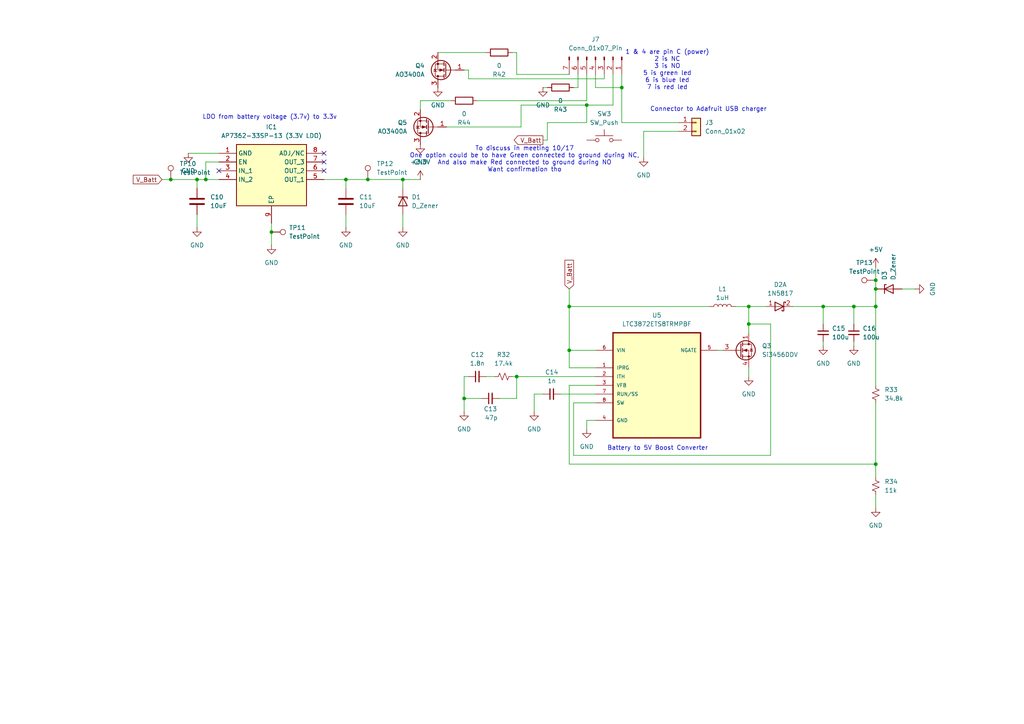
<source format=kicad_sch>
(kicad_sch (version 20231120) (generator "eeschema") (generator_version "8.0")
  (paper "A4")
  (lib_symbols
    (symbol "AP7362-33SP-13:AP7362-33SP-13"
      (property "Reference" "IC" (at 26.67 7.62 0))
      (property "Value" "AP7362-33SP-13" (at 26.67 5.08 0))
      (symbol "AP7362-33SP-13_1_1"
        (rectangle (start 5.08 2.54) (end 25.4 -15.24) (stroke (width 0.254)) (fill (type background)))
        (pin passive line (at 0 0 0) (length 5.08) (name "GND") (number "1"))
        (pin passive line (at 0 -2.54 0) (length 5.08) (name "EN") (number "2"))
        (pin passive line (at 0 -5.08 0) (length 5.08) (name "IN_1") (number "3"))
        (pin passive line (at 0 -7.62 0) (length 5.08) (name "IN_2") (number "4"))
        (pin passive line (at 30.48 -7.62 180) (length 5.08) (name "OUT_1") (number "5"))
        (pin passive line (at 30.48 -5.08 180) (length 5.08) (name "OUT_2") (number "6"))
        (pin passive line (at 30.48 -2.54 180) (length 5.08) (name "OUT_3") (number "7"))
        (pin passive line (at 30.48 0 180) (length 5.08) (name "ADJ/NC") (number "8"))
        (pin passive line (at 15.24 -20.32 90) (length 5.08) (name "EP") (number "9"))
      )
    )
    (symbol "Connector:Conn_01x07_Pin" (pin_names (offset 1.016) hide)
      (property "Reference" "J" (at 0 10.16 0))
      (property "Value" "Conn_01x07_Pin" (at 0 -10.16 0))
      (symbol "Conn_01x07_Pin_1_1"
        (polyline (pts (xy 1.27 -7.62) (xy 0.8636 -7.62)) (stroke (width 0.1524)))
        (polyline (pts (xy 1.27 -5.08) (xy 0.8636 -5.08)) (stroke (width 0.1524)))
        (polyline (pts (xy 1.27 -2.54) (xy 0.8636 -2.54)) (stroke (width 0.1524)))
        (polyline (pts (xy 1.27 0) (xy 0.8636 0)) (stroke (width 0.1524)))
        (polyline (pts (xy 1.27 2.54) (xy 0.8636 2.54)) (stroke (width 0.1524)))
        (polyline (pts (xy 1.27 5.08) (xy 0.8636 5.08)) (stroke (width 0.1524)))
        (polyline (pts (xy 1.27 7.62) (xy 0.8636 7.62)) (stroke (width 0.1524)))
        (rectangle (start 0.8636 -7.493) (end 0 -7.747) (stroke (width 0.1524)) (fill (type outline)))
        (rectangle (start 0.8636 -4.953) (end 0 -5.207) (stroke (width 0.1524)) (fill (type outline)))
        (rectangle (start 0.8636 -2.413) (end 0 -2.667) (stroke (width 0.1524)) (fill (type outline)))
        (rectangle (start 0.8636 0.127) (end 0 -0.127) (stroke (width 0.1524)) (fill (type outline)))
        (rectangle (start 0.8636 2.667) (end 0 2.413) (stroke (width 0.1524)) (fill (type outline)))
        (rectangle (start 0.8636 5.207) (end 0 4.953) (stroke (width 0.1524)) (fill (type outline)))
        (rectangle (start 0.8636 7.747) (end 0 7.493) (stroke (width 0.1524)) (fill (type outline)))
        (pin passive line (at 5.08 7.62 180) (length 3.81) (name "Pin_1") (number "1"))
        (pin passive line (at 5.08 5.08 180) (length 3.81) (name "Pin_2") (number "2"))
        (pin passive line (at 5.08 2.54 180) (length 3.81) (name "Pin_3") (number "3"))
        (pin passive line (at 5.08 0 180) (length 3.81) (name "Pin_4") (number "4"))
        (pin passive line (at 5.08 -2.54 180) (length 3.81) (name "Pin_5") (number "5"))
        (pin passive line (at 5.08 -5.08 180) (length 3.81) (name "Pin_6") (number "6"))
        (pin passive line (at 5.08 -7.62 180) (length 3.81) (name "Pin_7") (number "7"))
      )
    )
    (symbol "Connector:TestPoint" (pin_numbers hide) (pin_names (offset 0.762) hide)
      (property "Reference" "TP" (at 0 6.858 0))
      (property "Value" "TestPoint" (at 0 5.08 0))
      (symbol "TestPoint_0_1"
        (circle (center 0 3.302) (radius 0.762))
      )
      (symbol "TestPoint_1_1"
        (pin passive line (at 0 0 90) (length 2.54) (name "1") (number "1"))
      )
    )
    (symbol "Connector_Generic:Conn_01x02" (pin_names (offset 1.016) hide)
      (property "Reference" "J" (at 0 2.54 0))
      (property "Value" "Conn_01x02" (at 0 -5.08 0))
      (symbol "Conn_01x02_1_1"
        (rectangle (start -1.27 -2.413) (end 0 -2.667) (stroke (width 0.1524)))
        (rectangle (start -1.27 0.127) (end 0 -0.127) (stroke (width 0.1524)))
        (rectangle (start -1.27 1.27) (end 1.27 -3.81) (stroke (width 0.254)) (fill (type background)))
        (pin passive line (at -5.08 0 0) (length 3.81) (name "Pin_1") (number "1"))
        (pin passive line (at -5.08 -2.54 0) (length 3.81) (name "Pin_2") (number "2"))
      )
    )
    (symbol "Device:C" (pin_numbers hide) (pin_names (offset 0.254))
      (property "Reference" "C" (at 0.635 2.54 0))
      (property "Value" "C" (at 0.635 -2.54 0))
      (symbol "C_0_1"
        (polyline (pts (xy -2.032 -0.762) (xy 2.032 -0.762)) (stroke (width 0.508)))
        (polyline (pts (xy -2.032 0.762) (xy 2.032 0.762)) (stroke (width 0.508)))
      )
      (symbol "C_1_1"
        (pin passive line (at 0 3.81 270) (length 2.794) (name "~") (number "1"))
        (pin passive line (at 0 -3.81 90) (length 2.794) (name "~") (number "2"))
      )
    )
    (symbol "Device:C_Small" (pin_numbers hide) (pin_names (offset 0.254) hide)
      (property "Reference" "C" (at 0.254 1.778 0))
      (property "Value" "C_Small" (at 0.254 -2.032 0))
      (symbol "C_Small_0_1"
        (polyline (pts (xy -1.524 -0.508) (xy 1.524 -0.508)) (stroke (width 0.3302)))
        (polyline (pts (xy -1.524 0.508) (xy 1.524 0.508)) (stroke (width 0.3048)))
      )
      (symbol "C_Small_1_1"
        (pin passive line (at 0 2.54 270) (length 2.032) (name "~") (number "1"))
        (pin passive line (at 0 -2.54 90) (length 2.032) (name "~") (number "2"))
      )
    )
    (symbol "Device:D_Schottky_Dual_CommonAnode_AKK_Split" (pin_names (offset 0.762) hide)
      (property "Reference" "D" (at 0 2.54 0))
      (property "Value" "D_Schottky_Dual_CommonAnode_AKK_Split" (at 0 -2.54 0))
      (symbol "D_Schottky_Dual_CommonAnode_AKK_Split_0_1"
        (polyline (pts (xy 1.27 0) (xy -1.27 0)))
        (polyline (pts (xy -1.27 1.27) (xy 1.27 0) (xy -1.27 -1.27) (xy -1.27 1.27) (xy -1.27 1.27) (xy -1.27 1.27)) (stroke (width 0.254)))
        (polyline (pts (xy 1.778 1.016) (xy 1.778 1.27) (xy 1.27 1.27) (xy 1.27 -1.27) (xy 0.762 -1.27) (xy 0.762 -1.016)) (stroke (width 0.254)))
        (pin passive line (at -3.81 0 0) (length 2.54) (name "A") (number "1"))
      )
      (symbol "D_Schottky_Dual_CommonAnode_AKK_Split_1_1"
        (pin passive line (at 3.81 0 180) (length 2.54) (name "K") (number "2"))
      )
      (symbol "D_Schottky_Dual_CommonAnode_AKK_Split_2_1"
        (pin passive line (at 3.81 0 180) (length 2.54) (name "K") (number "3"))
      )
    )
    (symbol "Device:D_Zener" (pin_numbers hide) (pin_names (offset 1.016) hide)
      (property "Reference" "D" (at 0 2.54 0))
      (property "Value" "D_Zener" (at 0 -2.54 0))
      (symbol "D_Zener_0_1"
        (polyline (pts (xy 1.27 0) (xy -1.27 0)))
        (polyline (pts (xy -1.27 -1.27) (xy -1.27 1.27) (xy -0.762 1.27)) (stroke (width 0.254)))
        (polyline (pts (xy 1.27 -1.27) (xy 1.27 1.27) (xy -1.27 0) (xy 1.27 -1.27)) (stroke (width 0.254)))
      )
      (symbol "D_Zener_1_1"
        (pin passive line (at -3.81 0 0) (length 2.54) (name "K") (number "1"))
        (pin passive line (at 3.81 0 180) (length 2.54) (name "A") (number "2"))
      )
    )
    (symbol "Device:L" (pin_numbers hide) (pin_names (offset 1.016) hide)
      (property "Reference" "L" (at -1.27 0 90))
      (property "Value" "L" (at 1.905 0 90))
      (symbol "L_0_1"
        (arc (start 0 -2.54) (mid 0.6323 -1.905) (end 0 -1.27))
        (arc (start 0 -1.27) (mid 0.6323 -0.635) (end 0 0))
        (arc (start 0 0) (mid 0.6323 0.635) (end 0 1.27))
        (arc (start 0 1.27) (mid 0.6323 1.905) (end 0 2.54))
      )
      (symbol "L_1_1"
        (pin passive line (at 0 3.81 270) (length 1.27) (name "1") (number "1"))
        (pin passive line (at 0 -3.81 90) (length 1.27) (name "2") (number "2"))
      )
    )
    (symbol "Device:R" (pin_numbers hide) (pin_names (offset 0))
      (property "Reference" "R" (at 2.032 0 90))
      (property "Value" "R" (at 0 0 90))
      (symbol "R_0_1"
        (rectangle (start -1.016 -2.54) (end 1.016 2.54) (stroke (width 0.254)))
      )
      (symbol "R_1_1"
        (pin passive line (at 0 3.81 270) (length 1.27) (name "~") (number "1"))
        (pin passive line (at 0 -3.81 90) (length 1.27) (name "~") (number "2"))
      )
    )
    (symbol "Device:R_Small_US" (pin_numbers hide) (pin_names (offset 0.254) hide)
      (property "Reference" "R" (at 0.762 0.508 0))
      (property "Value" "R_Small_US" (at 0.762 -1.016 0))
      (symbol "R_Small_US_1_1"
        (polyline (pts (xy 0 0) (xy 1.016 -0.381) (xy 0 -0.762) (xy -1.016 -1.143) (xy 0 -1.524)))
        (polyline (pts (xy 0 1.524) (xy 1.016 1.143) (xy 0 0.762) (xy -1.016 0.381) (xy 0 0)))
        (pin passive line (at 0 2.54 270) (length 1.016) (name "~") (number "1"))
        (pin passive line (at 0 -2.54 90) (length 1.016) (name "~") (number "2"))
      )
    )
    (symbol "LTC3872ETS8TRMPBF:LTC3872ETS8TRMPBF" (pin_names (offset 1.016))
      (property "Reference" "U" (at -5.1847 15.1982 0))
      (property "Value" "LTC3872ETS8TRMPBF" (at -6.7683 -22.0096 0))
      (symbol "LTC3872ETS8TRMPBF_0_0"
        (rectangle (start -12.7 -17.78) (end 12.7 12.7) (stroke (width 0.4064)) (fill (type background)))
        (pin input line (at -17.78 2.54 0) (length 5.08) (name "IPRG") (number "1"))
        (pin input line (at -17.78 0 0) (length 5.08) (name "ITH") (number "2"))
        (pin input line (at -17.78 -2.54 0) (length 5.08) (name "VFB") (number "3"))
        (pin passive line (at -17.78 -12.7 0) (length 5.08) (name "GND") (number "4"))
        (pin output line (at 17.78 7.62 180) (length 5.08) (name "NGATE") (number "5"))
        (pin power_in line (at -17.78 7.62 0) (length 5.08) (name "VIN") (number "6"))
        (pin input line (at -17.78 -5.08 0) (length 5.08) (name "RUN/SS") (number "7"))
        (pin passive line (at -17.78 -7.62 0) (length 5.08) (name "SW") (number "8"))
      )
    )
    (symbol "Switch:SW_Push" (pin_numbers hide) (pin_names (offset 1.016) hide)
      (property "Reference" "SW" (at 1.27 2.54 0))
      (property "Value" "SW_Push" (at 0 -1.524 0))
      (symbol "SW_Push_0_1"
        (circle (center -2.032 0) (radius 0.508))
        (polyline (pts (xy 0 1.27) (xy 0 3.048)))
        (polyline (pts (xy 2.54 1.27) (xy -2.54 1.27)))
        (circle (center 2.032 0) (radius 0.508))
        (pin passive line (at -5.08 0 0) (length 2.54) (name "1") (number "1"))
        (pin passive line (at 5.08 0 180) (length 2.54) (name "2") (number "2"))
      )
    )
    (symbol "Transistor_FET:AO3400A" (pin_names hide)
      (property "Reference" "Q" (at 5.08 1.905 0))
      (property "Value" "AO3400A" (at 5.08 0 0))
      (symbol "AO3400A_0_1"
        (polyline (pts (xy 0.254 0) (xy -2.54 0)))
        (polyline (pts (xy 0.254 1.905) (xy 0.254 -1.905)) (stroke (width 0.254)))
        (polyline (pts (xy 0.762 -1.27) (xy 0.762 -2.286)) (stroke (width 0.254)))
        (polyline (pts (xy 0.762 0.508) (xy 0.762 -0.508)) (stroke (width 0.254)))
        (polyline (pts (xy 0.762 2.286) (xy 0.762 1.27)) (stroke (width 0.254)))
        (polyline (pts (xy 2.54 2.54) (xy 2.54 1.778)))
        (polyline (pts (xy 2.54 -2.54) (xy 2.54 0) (xy 0.762 0)))
        (polyline (pts (xy 0.762 -1.778) (xy 3.302 -1.778) (xy 3.302 1.778) (xy 0.762 1.778)))
        (polyline (pts (xy 1.016 0) (xy 2.032 0.381) (xy 2.032 -0.381) (xy 1.016 0)) (fill (type outline)))
        (polyline (pts (xy 2.794 0.508) (xy 2.921 0.381) (xy 3.683 0.381) (xy 3.81 0.254)))
        (polyline (pts (xy 3.302 0.381) (xy 2.921 -0.254) (xy 3.683 -0.254) (xy 3.302 0.381)))
        (circle (center 1.651 0) (radius 2.794) (stroke (width 0.254)))
        (circle (center 2.54 -1.778) (radius 0.254) (fill (type outline)))
        (circle (center 2.54 1.778) (radius 0.254) (fill (type outline)))
      )
      (symbol "AO3400A_1_1"
        (pin input line (at -5.08 0 0) (length 2.54) (name "G") (number "1"))
        (pin passive line (at 2.54 -5.08 90) (length 2.54) (name "S") (number "2"))
        (pin passive line (at 2.54 5.08 270) (length 2.54) (name "D") (number "3"))
      )
    )
    (symbol "Transistor_FET:Si3456DDV" (pin_names hide)
      (property "Reference" "Q" (at 5.08 1.905 0))
      (property "Value" "Si3456DDV" (at 5.08 0 0))
      (symbol "Si3456DDV_0_1"
        (polyline (pts (xy 0.254 0) (xy -2.54 0)))
        (polyline (pts (xy 0.254 1.905) (xy 0.254 -1.905)) (stroke (width 0.254)))
        (polyline (pts (xy 0.762 -1.27) (xy 0.762 -2.286)) (stroke (width 0.254)))
        (polyline (pts (xy 0.762 0.508) (xy 0.762 -0.508)) (stroke (width 0.254)))
        (polyline (pts (xy 0.762 2.286) (xy 0.762 1.27)) (stroke (width 0.254)))
        (polyline (pts (xy 2.54 2.54) (xy 2.54 1.778)))
        (polyline (pts (xy 2.921 0.381) (xy 3.683 0.381)))
        (polyline (pts (xy 2.54 -2.54) (xy 2.54 0) (xy 0.762 0)))
        (polyline (pts (xy 0.762 -1.778) (xy 3.302 -1.778) (xy 3.302 1.778) (xy 0.762 1.778)))
        (polyline (pts (xy 1.016 0) (xy 2.032 0.381) (xy 2.032 -0.381) (xy 1.016 0)) (fill (type outline)))
        (polyline (pts (xy 3.302 0.381) (xy 2.921 -0.254) (xy 3.683 -0.254) (xy 3.302 0.381)))
        (circle (center 1.651 0) (radius 2.794) (stroke (width 0.254)))
        (circle (center 2.54 -1.778) (radius 0.254) (fill (type outline)))
        (circle (center 2.54 1.778) (radius 0.254) (fill (type outline)))
      )
      (symbol "Si3456DDV_1_1"
        (pin passive line (at 2.54 5.08 270) (length 2.54) (name "D") (number "1"))
        (pin passive line (at 2.54 5.08 270) (length 2.54) hide (name "D") (number "2"))
        (pin input line (at -5.08 0 0) (length 2.54) (name "G") (number "3"))
        (pin passive line (at 2.54 -5.08 90) (length 2.54) (name "S") (number "4"))
        (pin passive line (at 2.54 5.08 270) (length 2.54) hide (name "D") (number "5"))
        (pin passive line (at 2.54 5.08 270) (length 2.54) hide (name "D") (number "6"))
      )
    )
    (symbol "power:+3.3V" (power) (pin_numbers hide) (pin_names (offset 0) hide)
      (property "Value" "+3.3V" (at 0 3.556 0))
      (symbol "+3.3V_0_1"
        (polyline (pts (xy -0.762 1.27) (xy 0 2.54)))
        (polyline (pts (xy 0 0) (xy 0 2.54)))
        (polyline (pts (xy 0 2.54) (xy 0.762 1.27)))
      )
      (symbol "+3.3V_1_1"
        (pin power_in line (at 0 0 90) (length 0) (name "~") (number "1"))
      )
    )
    (symbol "power:+5V" (power) (pin_numbers hide) (pin_names (offset 0) hide)
      (property "Value" "+5V" (at 0 3.556 0))
      (symbol "+5V_0_1"
        (polyline (pts (xy -0.762 1.27) (xy 0 2.54)))
        (polyline (pts (xy 0 0) (xy 0 2.54)))
        (polyline (pts (xy 0 2.54) (xy 0.762 1.27)))
      )
      (symbol "+5V_1_1"
        (pin power_in line (at 0 0 90) (length 0) (name "~") (number "1"))
      )
    )
    (symbol "power:GND" (power) (pin_numbers hide) (pin_names (offset 0) hide)
      (property "Value" "GND" (at 0 -3.81 0))
      (symbol "GND_0_1"
        (polyline (pts (xy 0 0) (xy 0 -1.27) (xy 1.27 -1.27) (xy 0 -2.54) (xy -1.27 -1.27) (xy 0 -1.27)))
      )
      (symbol "GND_1_1"
        (pin power_in line (at 0 0 270) (length 0) (name "~") (number "1"))
      )
    )
  )
  (junction (at 217.17 88.9))
  (junction (at 134.62 115.57))
  (junction (at 100.33 52.07))
  (junction (at 254 134.62))
  (junction (at 254 81.28))
  (junction (at 149.86 109.22))
  (junction (at 49.53 52.07))
  (junction (at 116.84 52.07))
  (junction (at 254 88.9))
  (junction (at 217.17 93.98))
  (junction (at 78.74 67.31))
  (junction (at 165.1 101.6))
  (junction (at 247.65 88.9))
  (junction (at 254 83.82))
  (junction (at 170.18 30.48))
  (junction (at 59.69 52.07))
  (junction (at 165.1 88.9))
  (junction (at 238.76 88.9))
  (junction (at 57.15 52.07))
  (junction (at 106.68 52.07))
  (junction (at 180.34 25.4))
  (no_connect (at 93.98 44.45))
  (no_connect (at 93.98 49.53))
  (no_connect (at 93.98 46.99))
  (no_connect (at 63.5 49.53))
  (wire (pts (xy 157.48 25.4) (xy 158.75 25.4)))
  (wire (pts (xy 238.76 100.33) (xy 238.76 99.06)))
  (wire (pts (xy 166.37 25.4) (xy 167.64 25.4)))
  (wire (pts (xy 165.1 88.9) (xy 205.74 88.9)))
  (wire (pts (xy 93.98 52.07) (xy 100.33 52.07)))
  (wire (pts (xy 54.61 44.45) (xy 63.5 44.45)))
  (wire (pts (xy 165.1 111.76) (xy 165.1 134.62)))
  (wire (pts (xy 223.52 132.08) (xy 223.52 93.98)))
  (wire (pts (xy 129.54 36.83) (xy 151.13 36.83)))
  (wire (pts (xy 254 81.28) (xy 254 83.82)))
  (wire (pts (xy 247.65 88.9) (xy 254 88.9)))
  (wire (pts (xy 158.75 35.56) (xy 170.18 35.56)))
  (wire (pts (xy 158.75 40.64) (xy 158.75 35.56)))
  (wire (pts (xy 167.64 21.59) (xy 167.64 25.4)))
  (wire (pts (xy 166.37 116.84) (xy 166.37 132.08)))
  (wire (pts (xy 247.65 88.9) (xy 247.65 93.98)))
  (wire (pts (xy 149.86 15.24) (xy 149.86 21.59)))
  (wire (pts (xy 180.34 25.4) (xy 180.34 35.56)))
  (wire (pts (xy 165.1 106.68) (xy 172.72 106.68)))
  (wire (pts (xy 134.62 109.22) (xy 134.62 115.57)))
  (wire (pts (xy 149.86 15.24) (xy 148.59 15.24)))
  (wire (pts (xy 78.74 67.31) (xy 78.74 71.12)))
  (wire (pts (xy 213.36 88.9) (xy 217.17 88.9)))
  (wire (pts (xy 63.5 46.99) (xy 59.69 46.99)))
  (wire (pts (xy 172.72 25.4) (xy 180.34 25.4)))
  (wire (pts (xy 134.62 115.57) (xy 139.7 115.57)))
  (wire (pts (xy 57.15 52.07) (xy 59.69 52.07)))
  (wire (pts (xy 217.17 93.98) (xy 217.17 96.52)))
  (wire (pts (xy 170.18 21.59) (xy 170.18 29.21)))
  (wire (pts (xy 157.48 114.3) (xy 154.94 114.3)))
  (wire (pts (xy 116.84 62.23) (xy 116.84 66.04)))
  (wire (pts (xy 149.86 21.59) (xy 165.1 21.59)))
  (wire (pts (xy 165.1 88.9) (xy 165.1 101.6)))
  (wire (pts (xy 238.76 88.9) (xy 247.65 88.9)))
  (wire (pts (xy 217.17 106.68) (xy 217.17 109.22)))
  (wire (pts (xy 254 88.9) (xy 254 111.76)))
  (wire (pts (xy 148.59 109.22) (xy 149.86 109.22)))
  (wire (pts (xy 116.84 52.07) (xy 116.84 54.61)))
  (wire (pts (xy 165.1 83.82) (xy 165.1 88.9)))
  (wire (pts (xy 100.33 52.07) (xy 106.68 52.07)))
  (wire (pts (xy 151.13 36.83) (xy 151.13 30.48)))
  (wire (pts (xy 217.17 88.9) (xy 222.25 88.9)))
  (wire (pts (xy 217.17 88.9) (xy 217.17 93.98)))
  (wire (pts (xy 121.92 29.21) (xy 121.92 31.75)))
  (wire (pts (xy 100.33 62.23) (xy 100.33 66.04)))
  (wire (pts (xy 261.62 83.82) (xy 265.43 83.82)))
  (wire (pts (xy 254 143.51) (xy 254 147.32)))
  (wire (pts (xy 175.26 22.86) (xy 135.89 22.86)))
  (wire (pts (xy 172.72 111.76) (xy 165.1 111.76)))
  (wire (pts (xy 186.69 38.1) (xy 186.69 45.72)))
  (wire (pts (xy 165.1 134.62) (xy 254 134.62)))
  (wire (pts (xy 135.89 109.22) (xy 134.62 109.22)))
  (wire (pts (xy 162.56 114.3) (xy 172.72 114.3)))
  (wire (pts (xy 180.34 21.59) (xy 180.34 25.4)))
  (wire (pts (xy 140.97 109.22) (xy 143.51 109.22)))
  (wire (pts (xy 49.53 52.07) (xy 57.15 52.07)))
  (wire (pts (xy 196.85 38.1) (xy 186.69 38.1)))
  (wire (pts (xy 121.92 29.21) (xy 130.81 29.21)))
  (wire (pts (xy 149.86 109.22) (xy 172.72 109.22)))
  (wire (pts (xy 172.72 21.59) (xy 172.72 25.4)))
  (wire (pts (xy 138.43 29.21) (xy 170.18 29.21)))
  (wire (pts (xy 254 116.84) (xy 254 134.62)))
  (wire (pts (xy 170.18 121.92) (xy 170.18 124.46)))
  (wire (pts (xy 170.18 30.48) (xy 170.18 35.56)))
  (wire (pts (xy 165.1 101.6) (xy 172.72 101.6)))
  (wire (pts (xy 59.69 46.99) (xy 59.69 52.07)))
  (wire (pts (xy 172.72 116.84) (xy 166.37 116.84)))
  (wire (pts (xy 116.84 52.07) (xy 121.92 52.07)))
  (wire (pts (xy 238.76 88.9) (xy 238.76 93.98)))
  (wire (pts (xy 144.78 115.57) (xy 149.86 115.57)))
  (wire (pts (xy 157.48 40.64) (xy 158.75 40.64)))
  (wire (pts (xy 100.33 52.07) (xy 100.33 54.61)))
  (wire (pts (xy 154.94 114.3) (xy 154.94 119.38)))
  (wire (pts (xy 127 15.24) (xy 140.97 15.24)))
  (wire (pts (xy 135.89 20.32) (xy 134.62 20.32)))
  (wire (pts (xy 151.13 30.48) (xy 170.18 30.48)))
  (wire (pts (xy 59.69 52.07) (xy 63.5 52.07)))
  (wire (pts (xy 254 77.47) (xy 254 81.28)))
  (wire (pts (xy 46.99 52.07) (xy 49.53 52.07)))
  (wire (pts (xy 175.26 21.59) (xy 175.26 22.86)))
  (wire (pts (xy 229.87 88.9) (xy 238.76 88.9)))
  (wire (pts (xy 208.28 101.6) (xy 209.55 101.6)))
  (wire (pts (xy 106.68 52.07) (xy 116.84 52.07)))
  (wire (pts (xy 254 83.82) (xy 254 88.9)))
  (wire (pts (xy 149.86 115.57) (xy 149.86 109.22)))
  (wire (pts (xy 134.62 115.57) (xy 134.62 119.38)))
  (wire (pts (xy 177.8 21.59) (xy 177.8 30.48)))
  (wire (pts (xy 165.1 101.6) (xy 165.1 106.68)))
  (wire (pts (xy 254 134.62) (xy 254 138.43)))
  (wire (pts (xy 180.34 35.56) (xy 196.85 35.56)))
  (wire (pts (xy 57.15 52.07) (xy 57.15 54.61)))
  (wire (pts (xy 170.18 30.48) (xy 177.8 30.48)))
  (wire (pts (xy 135.89 22.86) (xy 135.89 20.32)))
  (wire (pts (xy 57.15 62.23) (xy 57.15 66.04)))
  (wire (pts (xy 172.72 121.92) (xy 170.18 121.92)))
  (wire (pts (xy 166.37 132.08) (xy 223.52 132.08)))
  (wire (pts (xy 247.65 100.33) (xy 247.65 99.06)))
  (wire (pts (xy 217.17 93.98) (xy 223.52 93.98)))
  (wire (pts (xy 78.74 64.77) (xy 78.74 67.31)))
  (text "1 & 4 are pin C (power)\n2 is NC\n3 is NO\n5 is green led\n6 is blue led\n7 is red led" (at 193.548 20.32 0) (effects (font (size 1.27 1.27))))
  (text "LDO from battery voltage (3.7v) to 3.3v" (at 78.232 34.036 0) (effects (font (size 1.27 1.27))))
  (text "Battery to 5V Boost Converter\n" (at 190.754 130.048 0) (effects (font (size 1.27 1.27))))
  (text "Connector to Adafruit USB charger" (at 205.486 31.75 0) (effects (font (size 1.27 1.27))))
  (text "To discuss in meeting 10/17\nOne option could be to have Green connected to ground during NC,\nAnd also make Red connected to ground during NO\nWant confirmation tho" (at 152.146 46.228 0) (effects (font (size 1.27 1.27))))
  (global_label "V_Batt" (shape input) (at 165.1 83.82 90) (property "Intersheetrefs" "${INTERSHEET_REFS}" (effects (hide yes))))
  (global_label "V_Batt" (shape input) (at 46.99 52.07 180) (property "Intersheetrefs" "${INTERSHEET_REFS}" (effects (hide yes))))
  (global_label "V_Batt" (shape output) (at 157.48 40.64 180) (property "Intersheetrefs" "${INTERSHEET_REFS}" (effects (hide yes))))
  (symbol (lib_id "Device:R_Small_US") (at 254 140.97 0) (unit 1)
    (property "Reference" "R34" (at 256.54 139.6999 0) (effects (justify left)))
    (property "Value" "11k" (at 256.54 142.2399 0) (effects (justify left)))
    (property "Footprint" "Resistor_SMD:R_0805_2012Metric" (effects (hide yes)))
    (property "Description" "Resistor, small US symbol" (effects (hide yes)))
  )
  (symbol (lib_id "power:GND") (at 100.33 66.04 0) (unit 1)
    (property "Reference" "#PWR038" (effects (hide yes)))
    (property "Value" "GND" (at 100.33 71.12 0))
    (property "Description" "Power symbol creates a global label with name \"GND\" , ground" (effects (hide yes)))
  )
  (symbol (lib_id "Transistor_FET:AO3400A") (at 124.46 36.83 180) (unit 1)
    (property "Reference" "Q5" (at 118.11 35.5599 0) (effects (justify left)))
    (property "Value" "AO3400A" (at 118.11 38.0999 0) (effects (justify left)))
    (property "Footprint" "Package_TO_SOT_SMD:SOT-23" (effects (hide yes)))
    (property "Datasheet" "http://www.aosmd.com/pdfs/datasheet/AO3400A.pdf" (effects (hide yes)))
    (property "Description" "30V Vds, 5.7A Id, N-Channel MOSFET, SOT-23" (effects (hide yes)))
  )
  (symbol (lib_id "LTC3872ETS8TRMPBF:LTC3872ETS8TRMPBF") (at 190.5 109.22 0) (unit 1)
    (property "Reference" "U5" (at 190.5 91.44 0))
    (property "Value" "LTC3872ETS8TRMPBF" (at 190.5 93.98 0))
    (property "Footprint" "LTC3872ETS8TRMPBF:SOT65P280X100-8N" (effects (hide yes)))
    (property "MF" "Analog Devices" (effects (hide yes)))
    (property "Description_1" "\nBoost Regulator Positive Output Step-Up DC-DC Controller IC TSOT-23-8\n" (effects (hide yes)))
    (property "PACKAGE" "SOT-23-8" (effects (hide yes)))
    (property "MPN" "LTC3872ETS8#TRMPBF" (effects (hide yes)))
    (property "Price" "None" (effects (hide yes)))
    (property "Package" "SOT-8 Analog Devices" (effects (hide yes)))
    (property "OC_FARNELL" "1556409" (effects (hide yes)))
    (property "SnapEDA_Link" "https://www.snapeda.com/parts/LTC3872ETS8%23TRMPBF/Analog+Devices/view-part/?ref=snap" (effects (hide yes)))
    (property "MP" "LTC3872ETS8#TRMPBF" (effects (hide yes)))
    (property "SUPPLIER" "LINEAR TECHNOLOGY" (effects (hide yes)))
    (property "OC_NEWARK" "56M8617" (effects (hide yes)))
    (property "Availability" "In Stock" (effects (hide yes)))
    (property "Check_prices" "https://www.snapeda.com/parts/LTC3872ETS8%23TRMPBF/Analog+Devices/view-part/?ref=eda" (effects (hide yes)))
  )
  (symbol (lib_id "Connector:TestPoint") (at 78.74 67.31 270) (unit 1)
    (property "Reference" "TP11" (at 83.82 66.0399 90) (effects (justify left)))
    (property "Value" "TestPoint" (at 83.82 68.5799 90) (effects (justify left)))
    (property "Description" "test point" (effects (hide yes)))
  )
  (symbol (lib_id "power:GND") (at 170.18 124.46 0) (unit 1)
    (property "Reference" "#PWR043" (effects (hide yes)))
    (property "Value" "GND" (at 170.18 129.54 0))
    (property "Description" "Power symbol creates a global label with name \"GND\" , ground" (effects (hide yes)))
  )
  (symbol (lib_id "Device:R") (at 144.78 15.24 270) (unit 1)
    (property "Reference" "R42" (at 144.78 21.59 90))
    (property "Value" "0" (at 144.78 19.05 90))
    (property "Footprint" "Resistor_SMD:R_0805_2012Metric" (effects (hide yes)))
    (property "Description" "Resistor" (effects (hide yes)))
  )
  (symbol (lib_id "Transistor_FET:AO3400A") (at 129.54 20.32 180) (unit 1)
    (property "Reference" "Q4" (at 123.19 19.0499 0) (effects (justify left)))
    (property "Value" "AO3400A" (at 123.19 21.5899 0) (effects (justify left)))
    (property "Footprint" "Package_TO_SOT_SMD:SOT-23" (effects (hide yes)))
    (property "Datasheet" "http://www.aosmd.com/pdfs/datasheet/AO3400A.pdf" (effects (hide yes)))
    (property "Description" "30V Vds, 5.7A Id, N-Channel MOSFET, SOT-23" (effects (hide yes)))
  )
  (symbol (lib_id "power:GND") (at 116.84 66.04 0) (unit 1)
    (property "Reference" "#PWR039" (effects (hide yes)))
    (property "Value" "GND" (at 116.84 71.12 0))
    (property "Description" "Power symbol creates a global label with name \"GND\" , ground" (effects (hide yes)))
  )
  (symbol (lib_id "Device:C_Small") (at 238.76 96.52 0) (unit 1)
    (property "Reference" "C15" (at 241.3 95.2562 0) (effects (justify left)))
    (property "Value" "100u" (at 241.3 97.7962 0) (effects (justify left)))
    (property "Footprint" "Capacitor_SMD:C_0805_2012Metric" (effects (hide yes)))
    (property "Description" "Unpolarized capacitor, small symbol" (effects (hide yes)))
  )
  (symbol (lib_id "power:GND") (at 254 147.32 0) (unit 1)
    (property "Reference" "#PWR049" (effects (hide yes)))
    (property "Value" "GND" (at 254 152.4 0))
    (property "Description" "Power symbol creates a global label with name \"GND\" , ground" (effects (hide yes)))
  )
  (symbol (lib_id "Device:D_Schottky_Dual_CommonAnode_AKK_Split") (at 226.06 88.9 0) (unit 1)
    (property "Reference" "D2" (at 226.314 82.55 0))
    (property "Value" "1N5817" (at 226.314 85.09 0))
    (property "Description" "Dual Schottky diode, common anode on pin 1" (effects (hide yes)))
  )
  (symbol (lib_id "Device:R") (at 134.62 29.21 270) (unit 1)
    (property "Reference" "R44" (at 134.62 35.56 90))
    (property "Value" "0" (at 134.62 33.02 90))
    (property "Footprint" "Resistor_SMD:R_0805_2012Metric" (effects (hide yes)))
    (property "Description" "Resistor" (effects (hide yes)))
  )
  (symbol (lib_id "power:GND") (at 247.65 100.33 0) (unit 1)
    (property "Reference" "#PWR047" (effects (hide yes)))
    (property "Value" "GND" (at 247.65 105.41 0))
    (property "Description" "Power symbol creates a global label with name \"GND\" , ground" (effects (hide yes)))
  )
  (symbol (lib_id "Device:D_Zener") (at 116.84 58.42 270) (unit 1)
    (property "Reference" "D1" (at 119.38 57.1499 90) (effects (justify left)))
    (property "Value" "D_Zener" (at 119.38 59.6899 90) (effects (justify left)))
    (property "Description" "Zener diode" (effects (hide yes)))
  )
  (symbol (lib_id "power:GND") (at 78.74 71.12 0) (unit 1)
    (property "Reference" "#PWR037" (effects (hide yes)))
    (property "Value" "GND" (at 78.74 76.2 0))
    (property "Description" "Power symbol creates a global label with name \"GND\" , ground" (effects (hide yes)))
  )
  (symbol (lib_id "power:GND") (at 186.69 45.72 0) (unit 1)
    (property "Reference" "#PWR044" (effects (hide yes)))
    (property "Value" "GND" (at 186.69 50.8 0))
    (property "Description" "Power symbol creates a global label with name \"GND\" , ground" (effects (hide yes)))
  )
  (symbol (lib_id "Device:L") (at 209.55 88.9 90) (unit 1)
    (property "Reference" "L1" (at 209.55 83.82 90))
    (property "Value" "1uH" (at 209.55 86.36 90))
    (property "Description" "Inductor" (effects (hide yes)))
  )
  (symbol (lib_id "Device:C_Small") (at 160.02 114.3 90) (unit 1)
    (property "Reference" "C14" (at 160.0263 107.95 90))
    (property "Value" "1n" (at 160.0263 110.49 90))
    (property "Footprint" "Capacitor_SMD:C_0805_2012Metric" (effects (hide yes)))
    (property "Description" "Unpolarized capacitor, small symbol" (effects (hide yes)))
  )
  (symbol (lib_id "Device:C_Small") (at 142.24 115.57 90) (unit 1)
    (property "Reference" "C13" (at 142.24 118.618 90))
    (property "Value" "47p" (at 142.494 121.158 90))
    (property "Footprint" "Capacitor_SMD:C_0805_2012Metric" (effects (hide yes)))
    (property "Description" "Unpolarized capacitor, small symbol" (effects (hide yes)))
  )
  (symbol (lib_id "AP7362-33SP-13:AP7362-33SP-13") (at 63.5 44.45 0) (unit 1)
    (property "Reference" "IC1" (at 78.74 36.83 0))
    (property "Value" "AP7362-33SP-13 (3.3V LDO)" (at 78.74 39.37 0))
    (property "Footprint" "SOIC127P600X150-9N" (effects (hide yes)))
    (property "Datasheet" "https://www.diodes.com//assets/Datasheets/AP7362.pdf" (effects (hide yes)))
    (property "Description" "LDO Voltage Regulators LDO CMOS HiCurr SO-8 1.5A LowQ Adj 190mV" (effects (hide yes)))
    (property "Height" "1.5" (effects (hide yes)))
    (property "Mouser Part Number" "621-AP7362-33SP-13" (effects (hide yes)))
    (property "Mouser Price/Stock" "https://www.mouser.co.uk/ProductDetail/Diodes-Incorporated/AP7362-33SP-13?qs=KKV7F4CK8NmzeNAjtGP7xA%3D%3D" (effects (hide yes)))
    (property "Manufacturer_Name" "Diodes Incorporated" (effects (hide yes)))
    (property "Manufacturer_Part_Number" "AP7362-33SP-13" (effects (hide yes)))
  )
  (symbol (lib_id "Device:C_Small") (at 247.65 96.52 0) (unit 1)
    (property "Reference" "C16" (at 250.19 95.2562 0) (effects (justify left)))
    (property "Value" "100u" (at 250.19 97.7962 0) (effects (justify left)))
    (property "Footprint" "Capacitor_SMD:C_0805_2012Metric" (effects (hide yes)))
    (property "Description" "Unpolarized capacitor, small symbol" (effects (hide yes)))
  )
  (symbol (lib_id "Device:D_Zener") (at 257.81 83.82 0) (unit 1)
    (property "Reference" "D3" (at 256.5399 81.28 90) (effects (justify left)))
    (property "Value" "D_Zener" (at 259.0799 81.28 90) (effects (justify left)))
    (property "Description" "Zener diode" (effects (hide yes)))
  )
  (symbol (lib_id "Switch:SW_Push") (at 175.26 40.64 0) (unit 1)
    (property "Reference" "SW3" (at 175.26 33.02 0))
    (property "Value" "SW_Push" (at 175.26 35.56 0))
    (property "Footprint" "Connector_JST:JST_PH_B6B-PH-K_1x06_P2.00mm_Vertical" (effects (hide yes)))
    (property "Description" "Push button switch, generic, two pins" (effects (hide yes)))
  )
  (symbol (lib_id "Device:R") (at 162.56 25.4 270) (unit 1)
    (property "Reference" "R43" (at 162.56 31.75 90))
    (property "Value" "0" (at 162.56 29.21 90))
    (property "Footprint" "Resistor_SMD:R_0805_2012Metric" (effects (hide yes)))
    (property "Description" "Resistor" (effects (hide yes)))
  )
  (symbol (lib_id "power:GND") (at 134.62 119.38 0) (unit 1)
    (property "Reference" "#PWR041" (effects (hide yes)))
    (property "Value" "GND" (at 134.62 124.46 0))
    (property "Description" "Power symbol creates a global label with name \"GND\" , ground" (effects (hide yes)))
  )
  (symbol (lib_id "power:GND") (at 157.48 25.4 0) (unit 1)
    (property "Reference" "#PWR070" (effects (hide yes)))
    (property "Value" "GND" (at 157.48 30.48 0))
    (property "Description" "Power symbol creates a global label with name \"GND\" , ground" (effects (hide yes)))
  )
  (symbol (lib_id "Connector:TestPoint") (at 49.53 52.07 0) (unit 1)
    (property "Reference" "TP10" (at 52.07 47.4979 0) (effects (justify left)))
    (property "Value" "TestPoint" (at 52.07 50.0379 0) (effects (justify left)))
    (property "Description" "test point" (effects (hide yes)))
  )
  (symbol (lib_id "Connector:Conn_01x07_Pin") (at 172.72 16.51 270) (unit 1)
    (property "Reference" "J7" (at 172.72 11.43 90))
    (property "Value" "Conn_01x07_Pin" (at 172.72 13.97 90))
    (property "Footprint" "Connector_JST:JST_PH_B7B-PH-K_1x07_P2.00mm_Vertical" (effects (hide yes)))
    (property "Description" "Generic connector, single row, 01x07, script generated" (effects (hide yes)))
  )
  (symbol (lib_id "power:GND") (at 127 25.4 0) (unit 1)
    (property "Reference" "#PWR072" (effects (hide yes)))
    (property "Value" "GND" (at 127 30.48 0))
    (property "Description" "Power symbol creates a global label with name \"GND\" , ground" (effects (hide yes)))
  )
  (symbol (lib_id "power:+3.3V") (at 121.92 52.07 0) (unit 1)
    (property "Reference" "#PWR040" (effects (hide yes)))
    (property "Value" "+3.3V" (at 121.92 46.99 0))
    (property "Description" "Power symbol creates a global label with name \"+3.3V\"" (effects (hide yes)))
  )
  (symbol (lib_id "Device:R_Small_US") (at 254 114.3 0) (unit 1)
    (property "Reference" "R33" (at 256.54 113.0299 0) (effects (justify left)))
    (property "Value" "34.8k" (at 256.54 115.5699 0) (effects (justify left)))
    (property "Footprint" "Resistor_SMD:R_0805_2012Metric" (effects (hide yes)))
    (property "Description" "Resistor, small US symbol" (effects (hide yes)))
  )
  (symbol (lib_id "power:GND") (at 154.94 119.38 0) (unit 1)
    (property "Reference" "#PWR042" (effects (hide yes)))
    (property "Value" "GND" (at 154.94 124.46 0))
    (property "Description" "Power symbol creates a global label with name \"GND\" , ground" (effects (hide yes)))
  )
  (symbol (lib_id "Transistor_FET:Si3456DDV") (at 214.63 101.6 0) (unit 1)
    (property "Reference" "Q3" (at 220.98 100.3299 0) (effects (justify left)))
    (property "Value" "Si3456DDV" (at 220.98 102.8699 0) (effects (justify left)))
    (property "Footprint" "Package_SO:TSOP-6_1.65x3.05mm_P0.95mm" (effects (hide yes)))
    (property "Datasheet" "https://www.vishay.com/docs/69075/si3456ddv.pdf" (effects (hide yes)))
    (property "Description" "30V Vds, 6.3A Id, N-Channel MOSFET, TSOP-6" (effects (hide yes)))
  )
  (symbol (lib_id "power:GND") (at 217.17 109.22 0) (unit 1)
    (property "Reference" "#PWR045" (effects (hide yes)))
    (property "Value" "GND" (at 217.17 114.3 0))
    (property "Description" "Power symbol creates a global label with name \"GND\" , ground" (effects (hide yes)))
  )
  (symbol (lib_id "Connector_Generic:Conn_01x02") (at 201.93 35.56 0) (unit 1)
    (property "Reference" "J3" (at 204.47 35.5599 0) (effects (justify left)))
    (property "Value" "Conn_01x02" (at 204.47 38.0999 0) (effects (justify left)))
    (property "Footprint" "Connector_JST:JST_PH_B2B-PH-K_1x02_P2.00mm_Vertical" (effects (hide yes)))
    (property "Description" "Generic connector, single row, 01x02, script generated (kicad-library-utils/schlib/autogen/connector/)" (effects (hide yes)))
  )
  (symbol (lib_id "power:GND") (at 265.43 83.82 90) (unit 1)
    (property "Reference" "#PWR050" (effects (hide yes)))
    (property "Value" "GND" (at 270.51 83.82 0))
    (property "Description" "Power symbol creates a global label with name \"GND\" , ground" (effects (hide yes)))
  )
  (symbol (lib_id "power:GND") (at 121.92 41.91 0) (unit 1)
    (property "Reference" "#PWR069" (effects (hide yes)))
    (property "Value" "GND" (at 121.92 46.99 0))
    (property "Description" "Power symbol creates a global label with name \"GND\" , ground" (effects (hide yes)))
  )
  (symbol (lib_id "power:GND") (at 54.61 44.45 0) (unit 1)
    (property "Reference" "#PWR035" (effects (hide yes)))
    (property "Value" "GND" (at 54.61 49.53 0))
    (property "Description" "Power symbol creates a global label with name \"GND\" , ground" (effects (hide yes)))
  )
  (symbol (lib_id "Device:C_Small") (at 138.43 109.22 90) (unit 1)
    (property "Reference" "C12" (at 138.4363 102.87 90))
    (property "Value" "1.8n" (at 138.4363 105.41 90))
    (property "Footprint" "Capacitor_SMD:C_0805_2012Metric" (effects (hide yes)))
    (property "Description" "Unpolarized capacitor, small symbol" (effects (hide yes)))
  )
  (symbol (lib_id "Device:C") (at 100.33 58.42 180) (unit 1)
    (property "Reference" "C11" (at 104.14 57.1499 0) (effects (justify right)))
    (property "Value" "10uF" (at 104.14 59.6899 0) (effects (justify right)))
    (property "Footprint" "Capacitor_SMD:C_0805_2012Metric" (effects (hide yes)))
    (property "Description" "Unpolarized capacitor" (effects (hide yes)))
  )
  (symbol (lib_id "power:GND") (at 238.76 100.33 0) (unit 1)
    (property "Reference" "#PWR046" (effects (hide yes)))
    (property "Value" "GND" (at 238.76 105.41 0))
    (property "Description" "Power symbol creates a global label with name \"GND\" , ground" (effects (hide yes)))
  )
  (symbol (lib_id "Connector:TestPoint") (at 106.68 52.07 0) (unit 1)
    (property "Reference" "TP12" (at 109.22 47.4979 0) (effects (justify left)))
    (property "Value" "TestPoint" (at 109.22 50.0379 0) (effects (justify left)))
    (property "Description" "test point" (effects (hide yes)))
  )
  (symbol (lib_id "power:+5V") (at 254 77.47 0) (unit 1)
    (property "Reference" "#PWR048" (effects (hide yes)))
    (property "Value" "+5V" (at 254 72.39 0))
    (property "Description" "Power symbol creates a global label with name \"+5V\"" (effects (hide yes)))
  )
  (symbol (lib_id "Device:R_Small_US") (at 146.05 109.22 90) (unit 1)
    (property "Reference" "R32" (at 146.05 102.87 90))
    (property "Value" "17.4k" (at 146.05 105.41 90))
    (property "Footprint" "Resistor_SMD:R_0805_2012Metric" (effects (hide yes)))
    (property "Description" "Resistor, small US symbol" (effects (hide yes)))
  )
  (symbol (lib_id "Device:C") (at 57.15 58.42 180) (unit 1)
    (property "Reference" "C10" (at 60.96 57.1499 0) (effects (justify right)))
    (property "Value" "10uF" (at 60.96 59.6899 0) (effects (justify right)))
    (property "Footprint" "Capacitor_SMD:C_0805_2012Metric" (effects (hide yes)))
    (property "Description" "Unpolarized capacitor" (effects (hide yes)))
  )
  (symbol (lib_id "Connector:TestPoint") (at 254 81.28 90) (unit 1)
    (property "Reference" "TP13" (at 250.698 76.2 90))
    (property "Value" "TestPoint" (at 250.698 78.74 90))
    (property "Description" "test point" (effects (hide yes)))
  )
  (symbol (lib_id "power:GND") (at 57.15 66.04 0) (unit 1)
    (property "Reference" "#PWR036" (effects (hide yes)))
    (property "Value" "GND" (at 57.15 71.12 0))
    (property "Description" "Power symbol creates a global label with name \"GND\" , ground" (effects (hide yes)))
  )
)
</source>
